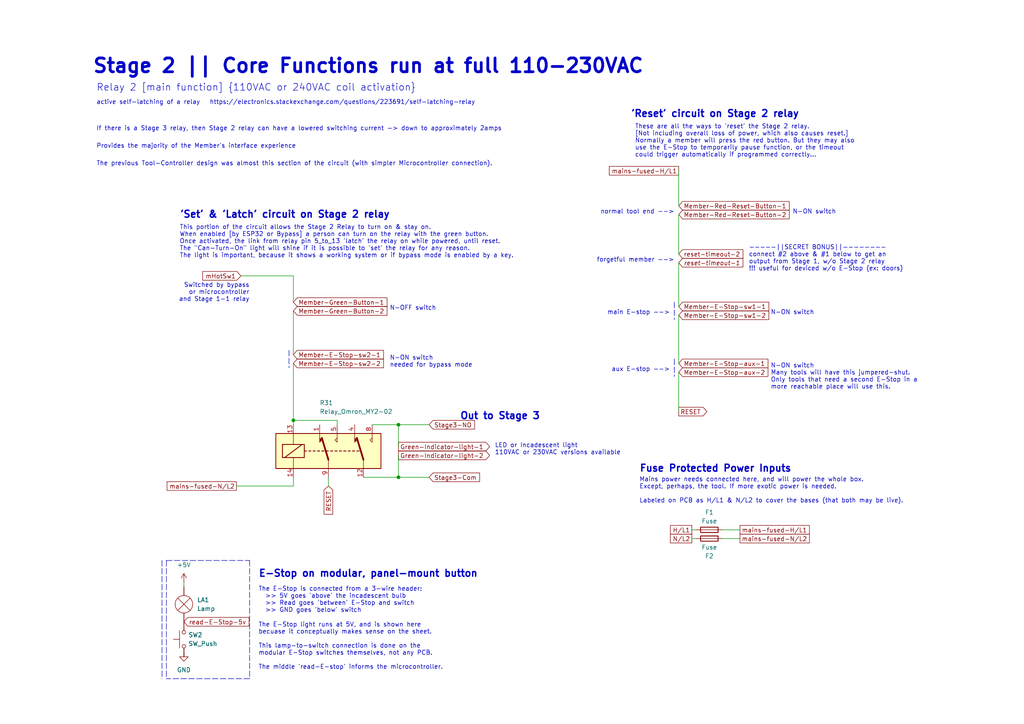
<source format=kicad_sch>
(kicad_sch (version 20211123) (generator eeschema)
  (paper "A4")
  (lib_symbols
    (symbol "Device:Fuse" (pin_numbers hide) (pin_names (offset 0))
      (property "Reference" "F" (at 2.032 0 90))
      (property "Value" "Fuse" (at -1.905 0 90))
      (symbol "Fuse_0_1"
        (rectangle (start -0.762 -2.54) (end 0.762 2.54) (stroke (width 0.254)))
        (polyline (pts (xy 0 2.54) (xy 0 -2.54)))
      )
      (symbol "Fuse_1_1"
        (pin passive line (at 0 3.81 270) (length 1.27) (name "~") (number "1"))
        (pin passive line (at 0 -3.81 90) (length 1.27) (name "~") (number "2"))
      )
    )
    (symbol "Device:Lamp" (pin_numbers hide) (pin_names (offset 0.0254) hide)
      (property "Reference" "LA" (at 0.635 3.81 0))
      (property "Value" "Lamp" (at 0.635 -3.81 0))
      (symbol "Lamp_0_1"
        (polyline (pts (xy -1.778 1.778) (xy 1.778 -1.778)))
        (polyline (pts (xy 1.778 1.778) (xy -1.778 -1.778)))
        (circle (center 0 0) (radius 2.54))
      )
      (symbol "Lamp_1_1"
        (pin passive line (at 0 -5.08 90) (length 2.54) (name "-") (number "1"))
        (pin passive line (at 0 5.08 270) (length 2.54) (name "+") (number "2"))
      )
    )
    (symbol "Relay_Omron-MY2-02:Relay_Omron_MY2-02"
      (property "Reference" "R" (at 19.05 1.27 0))
      (property "Value" "Relay_Omron_MY2-02" (at 27.94 -1.27 0))
      (symbol "Relay_Omron_MY2-02_0_1"
        (rectangle (start -13.97 5.08) (end 16.51 -5.08) (stroke (width 0.254)) (fill (type background)))
        (rectangle (start -12.065 1.905) (end -5.715 -1.905) (stroke (width 0.254)))
        (polyline (pts (xy -11.43 -1.905) (xy -6.35 1.905)) (stroke (width 0.254)))
        (polyline (pts (xy -8.89 -5.08) (xy -8.89 -1.905)))
        (polyline (pts (xy -8.89 5.08) (xy -8.89 1.905)))
        (polyline (pts (xy -5.715 0) (xy -5.08 0)) (stroke (width 0.254)))
        (polyline (pts (xy -4.445 0) (xy -3.81 0)) (stroke (width 0.254)))
        (polyline (pts (xy -3.175 0) (xy -2.54 0)) (stroke (width 0.254)))
        (polyline (pts (xy -1.905 0) (xy -1.27 0)) (stroke (width 0.254)))
        (polyline (pts (xy -0.635 0) (xy 0 0)) (stroke (width 0.254)))
        (polyline (pts (xy 0.635 0) (xy 1.27 0)) (stroke (width 0.254)))
        (polyline (pts (xy 1.27 -2.54) (xy -0.635 3.81)) (stroke (width 0.508)))
        (polyline (pts (xy 1.27 -2.54) (xy 1.27 -5.08)))
        (polyline (pts (xy 1.905 0) (xy 2.54 0)) (stroke (width 0.254)))
        (polyline (pts (xy 3.175 0) (xy 3.81 0)) (stroke (width 0.254)))
        (polyline (pts (xy 4.445 0) (xy 5.08 0)) (stroke (width 0.254)))
        (polyline (pts (xy 5.715 0) (xy 6.35 0)) (stroke (width 0.254)))
        (polyline (pts (xy 6.985 0) (xy 7.62 0)) (stroke (width 0.254)))
        (polyline (pts (xy 8.255 0) (xy 8.89 0)) (stroke (width 0.254)))
        (polyline (pts (xy 9.525 0) (xy 10.16 0)) (stroke (width 0.254)))
        (polyline (pts (xy 11.43 -2.54) (xy 9.525 3.81)) (stroke (width 0.508)))
        (polyline (pts (xy 11.43 -2.54) (xy 11.43 -5.08)))
        (polyline (pts (xy -1.27 5.08) (xy -1.27 2.54) (xy -0.635 3.175) (xy -1.27 3.81)) (fill (type outline)))
        (polyline (pts (xy 3.81 5.08) (xy 3.81 2.54) (xy 3.175 3.175) (xy 3.81 3.81)))
        (polyline (pts (xy 8.89 5.08) (xy 8.89 2.54) (xy 9.525 3.175) (xy 8.89 3.81)) (fill (type outline)))
        (polyline (pts (xy 13.97 5.08) (xy 13.97 2.54) (xy 13.335 3.175) (xy 13.97 3.81)))
        (rectangle (start 1.27 12.7) (end 1.27 12.7))
      )
      (symbol "Relay_Omron_MY2-02_1_1"
        (pin bidirectional line (at -1.27 7.62 270) (length 2.54) (name "") (number "1"))
        (pin bidirectional line (at 11.43 -7.62 90) (length 2.54) (name "") (number "12"))
        (pin input line (at -8.89 7.62 270) (length 2.54) (name "") (number "13"))
        (pin input line (at -8.89 -7.62 90) (length 2.54) (name "") (number "14"))
        (pin bidirectional line (at 8.89 7.62 270) (length 2.54) (name "") (number "4"))
        (pin bidirectional line (at 3.81 7.62 270) (length 2.54) (name "") (number "5"))
        (pin bidirectional line (at 13.97 7.62 270) (length 2.54) (name "") (number "8"))
        (pin bidirectional line (at 1.27 -7.62 90) (length 2.54) (name "") (number "9"))
      )
    )
    (symbol "Switch:SW_Push" (pin_numbers hide) (pin_names (offset 1.016) hide)
      (property "Reference" "SW" (at 1.27 2.54 0))
      (property "Value" "SW_Push" (at 0 -1.524 0))
      (symbol "SW_Push_0_1"
        (circle (center -2.032 0) (radius 0.508))
        (polyline (pts (xy 0 1.27) (xy 0 3.048)))
        (polyline (pts (xy 2.54 1.27) (xy -2.54 1.27)))
        (circle (center 2.032 0) (radius 0.508))
        (pin passive line (at -5.08 0 0) (length 2.54) (name "1") (number "1"))
        (pin passive line (at 5.08 0 180) (length 2.54) (name "2") (number "2"))
      )
    )
    (symbol "power:+5V" (power) (pin_names (offset 0))
      (property "Value" "+5V" (at 0 3.556 0))
      (symbol "+5V_0_1"
        (polyline (pts (xy -0.762 1.27) (xy 0 2.54)))
        (polyline (pts (xy 0 0) (xy 0 2.54)))
        (polyline (pts (xy 0 2.54) (xy 0.762 1.27)))
      )
      (symbol "+5V_1_1"
        (pin power_in line (at 0 0 90) (length 0) hide (name "+5V") (number "1"))
      )
    )
    (symbol "power:GND" (power) (pin_names (offset 0))
      (property "Value" "GND" (at 0 -3.81 0))
      (symbol "GND_0_1"
        (polyline (pts (xy 0 0) (xy 0 -1.27) (xy 1.27 -1.27) (xy 0 -2.54) (xy -1.27 -1.27) (xy 0 -1.27)))
      )
      (symbol "GND_1_1"
        (pin power_in line (at 0 0 270) (length 0) hide (name "GND") (number "1"))
      )
    )
  )
  (junction (at 115.57 138.43))
  (junction (at 115.57 123.19))
  (junction (at 85.09 121.92))
  (wire (pts (xy 105.41 138.43) (xy 115.57 138.43)))
  (polyline (pts (xy 195.58 104.14) (xy 195.58 109.22)))
  (wire (pts (xy 85.09 90.17) (xy 85.09 102.87)))
  (polyline (pts (xy 72.39 196.85) (xy 48.26 196.85)))
  (wire (pts (xy 200.66 156.21) (xy 201.93 156.21)))
  (wire (pts (xy 69.85 80.01) (xy 85.09 80.01)))
  (wire (pts (xy 196.85 62.23) (xy 196.85 73.66)))
  (wire (pts (xy 53.34 168.91) (xy 53.34 170.18)))
  (wire (pts (xy 115.57 129.54) (xy 115.57 123.19)))
  (polyline (pts (xy 48.26 162.56) (xy 72.39 162.56)))
  (wire (pts (xy 68.58 140.97) (xy 85.09 140.97)))
  (wire (pts (xy 196.85 76.2) (xy 196.85 88.9)))
  (polyline (pts (xy 83.82 101.6) (xy 83.82 106.68)))
  (wire (pts (xy 115.57 123.19) (xy 124.46 123.19)))
  (wire (pts (xy 95.25 140.97) (xy 95.25 138.43)))
  (wire (pts (xy 200.66 153.67) (xy 201.93 153.67)))
  (wire (pts (xy 196.85 49.53) (xy 196.85 59.69)))
  (polyline (pts (xy 46.99 162.56) (xy 46.99 196.85)))
  (wire (pts (xy 97.79 121.92) (xy 85.09 121.92)))
  (wire (pts (xy 85.09 105.41) (xy 85.09 121.92)))
  (wire (pts (xy 196.85 91.44) (xy 196.85 105.41)))
  (wire (pts (xy 107.95 123.19) (xy 115.57 123.19)))
  (wire (pts (xy 209.55 156.21) (xy 214.63 156.21)))
  (wire (pts (xy 115.57 132.08) (xy 115.57 138.43)))
  (wire (pts (xy 85.09 121.92) (xy 85.09 123.19)))
  (wire (pts (xy 196.85 107.95) (xy 196.85 119.38)))
  (wire (pts (xy 85.09 87.63) (xy 85.09 80.01)))
  (wire (pts (xy 97.79 123.19) (xy 97.79 121.92)))
  (polyline (pts (xy 72.39 162.56) (xy 72.39 196.85)))
  (wire (pts (xy 53.34 190.5) (xy 53.34 189.23)))
  (wire (pts (xy 85.09 138.43) (xy 85.09 140.97)))
  (polyline (pts (xy 195.58 87.63) (xy 195.58 92.71)))
  (polyline (pts (xy 48.26 162.56) (xy 48.26 196.85)))
  (wire (pts (xy 209.55 153.67) (xy 214.63 153.67)))
  (wire (pts (xy 115.57 138.43) (xy 124.46 138.43)))
  (text "Switched by bypass\nor microcontroller\nand Stage 1-1 relay" (at 72.39 87.63 0) (effects (font (size 1.27 1.27)) (justify right bottom)))
  (text "The previous Tool-Controller design was almost this section of the circuit (with simpler Microcontroller connection)." (at 27.94 48.26 0) (effects (font (size 1.27 1.27)) (justify left bottom)))
  (text "normal tool end -->" (at 195.58 62.23 180) (effects (font (size 1.27 1.27)) (justify right bottom)))
  (text "Mains power needs connected here, and will power the whole box.\nExcept, perhaps, the tool. If more exotic power is needed.\n\nLabeled on PCB as H/L1 & N/L2 to cover the bases (that both may be live)." (at 185.42 146.05 0) (effects (font (size 1.27 1.27)) (justify left bottom)))
  (text "'Reset' circuit on Stage 2 relay" (at 182.88 34.29 0) (effects (font (size 2 2) (thickness 0.4) bold) (justify left bottom)))
  (text "Stage 2 || Core Functions run at full 110-230VAC\n" (at 26.67 21.59 0) (effects (font (size 4 4) (thickness 0.8) bold) (justify left bottom)))
  (text "If there is a Stage 3 relay, then Stage 2 relay can have a lowered switching current -> down to approximately 2amps" (at 27.94 38.1 0) (effects (font (size 1.27 1.27)) (justify left bottom)))
  (text "The E-Stop light runs at 5V, and is shown here\nbecuase it conceptually makes sense on the sheet.\n\nThis lamp-to-switch connection is done on the \nmodular E-Stop switches themselves, not any PCB. \n\nThe middle 'read-E-stop' informs the microcontroller." (at 74.93 194.31 0) (effects (font (size 1.27 1.27)) (justify left bottom)))
  (text "aux E-stop -->" (at 194.31 107.95 180) (effects (font (size 1.27 1.27)) (justify right bottom)))
  (text "The E-Stop is connected from a 3-wire header:\n  >> 5V goes 'above' the incadescent bulb\n  >> Read goes 'between' E-Stop and switch\n  >> GND goes 'below' switch" (at 74.93 177.8 0) (effects (font (size 1.27 1.27)) (justify left bottom)))
  (text "main E-stop -->" (at 194.31 91.44 180) (effects (font (size 1.27 1.27)) (justify right bottom)))
  (text "N-OFF switch" (at 113.03 90.17 0) (effects (font (size 1.27 1.27)) (justify left bottom)))
  (text "E-Stop on modular, panel-mount button" (at 74.93 167.64 0) (effects (font (size 2 2) bold) (justify left bottom)))
  (text "N-ON switch" (at 223.52 91.44 0) (effects (font (size 1.27 1.27)) (justify left bottom)))
  (text "These are all the ways to 'reset' the Stage 2 relay. \n[Not including overall loss of power, which also causes reset.]\nNormally a member will press the red button. But they may also \nuse the E-Stop to temporarily pause function, or the timeout \ncould trigger automatically if programmed correctly..." (at 184.15 45.72 0) (effects (font (size 1.27 1.27)) (justify left bottom)))
  (text "forgetful member -->" (at 195.58 76.2 180) (effects (font (size 1.27 1.27)) (justify right bottom)))
  (text "N-ON switch\nneeded for bypass mode" (at 113.03 106.68 0) (effects (font (size 1.27 1.27)) (justify left bottom)))
  (text "active self-latching of a relay   https://electronics.stackexchange.com/questions/223691/self-latching-relay" (at 27.94 30.48 0) (effects (font (size 1.27 1.27)) (justify left bottom)))
  (text "Fuse Protected Power Inputs" (at 185.42 137.16 0) (effects (font (size 2 2) (thickness 0.4) bold) (justify left bottom)))
  (text "'Set' & 'Latch' circuit on Stage 2 relay" (at 52.07 63.5 0) (effects (font (size 2 2) (thickness 0.4) bold) (justify left bottom)))
  (text "LED or Incadescent light \n110VAC or 230VAC versions available" (at 143.51 132.08 0) (effects (font (size 1.27 1.27)) (justify left bottom)))
  (text "N-ON switch" (at 229.87 62.23 0) (effects (font (size 1.27 1.27)) (justify left bottom)))
  (text "N-ON switch\nMany tools will have this jumpered-shut.\nOnly tools that need a second E-Stop in a\nmore reachable place will use this.\n" (at 223.52 113.03 0) (effects (font (size 1.27 1.27)) (justify left bottom)))
  (text "Relay 2 [main function] {110VAC or 240VAC coil activation} " (at 27.94 26.67 0) (effects (font (size 2 2)) (justify left bottom)))
  (text "Out to Stage 3" (at 133.35 121.92 0) (effects (font (size 2 2) (thickness 0.4) bold) (justify left bottom)))
  (text "Provides the majority of the Member's interface experience\n" (at 27.94 43.18 0) (effects (font (size 1.27 1.27)) (justify left bottom)))
  (text "This portion of the circuit allows the Stage 2 Relay to turn on & stay on.\nWhen enabled [by ESP32 or Bypass] a person can turn on the relay with the green button.\nOnce activated, the link from relay pin 5_to_13 'latch' the relay on while powered, until reset.\nThe \"Can-Turn-On\" light will shine if it is possible to 'set' the relay for any reason.\nThe light is important, because it shows a working system or if bypass mode is enabled by a key." (at 52.07 74.93 0) (effects (font (size 1.27 1.27)) (justify left bottom)))
  (text "-----||SECRET BONUS||--------\nconnect #2 above & #1 below to get an\noutput from Stage 1, w/o Stage 2 relay\n!!! useful for deviced w/o E-Stop (ex: doors)" (at 217.17 78.74 0) (effects (font (size 1.27 1.27)) (justify left bottom)))
  (global_label "Member-E-Stop-sw1-2" (shape input) (at 196.85 91.44 0) (property "Intersheet References" "${INTERSHEET_REFS}" (effects hide)))
  (global_label "Stage3-NO" (shape input) (at 124.46 123.19 0) (property "Intersheet References" "${INTERSHEET_REFS}" (effects hide)))
  (global_label "mHotSw1" (shape input) (at 69.85 80.01 180) (property "Intersheet References" "${INTERSHEET_REFS}" (effects hide)))
  (global_label "Green-Indicator-light-1" (shape output) (at 115.57 129.54 0) (property "Intersheet References" "${INTERSHEET_REFS}" (effects hide)))
  (global_label "N{slash}L2" (shape passive) (at 200.66 156.21 180) (property "Intersheet References" "${INTERSHEET_REFS}" (effects hide)))
  (global_label "Member-E-Stop-aux-1" (shape input) (at 196.85 105.41 0) (property "Intersheet References" "${INTERSHEET_REFS}" (effects hide)))
  (global_label "Member-E-Stop-aux-2" (shape input) (at 196.85 107.95 0) (property "Intersheet References" "${INTERSHEET_REFS}" (effects hide)))
  (global_label "Member-E-Stop-sw2-1" (shape input) (at 85.09 102.87 0) (property "Intersheet References" "${INTERSHEET_REFS}" (effects hide)))
  (global_label "mains-fused-H{slash}L1" (shape passive) (at 214.63 153.67 0) (property "Intersheet References" "${INTERSHEET_REFS}" (effects hide)))
  (global_label "Stage3-Com" (shape input) (at 124.46 138.43 0) (property "Intersheet References" "${INTERSHEET_REFS}" (effects hide)))
  (global_label "Green-Indicator-light-2" (shape output) (at 115.57 132.08 0) (property "Intersheet References" "${INTERSHEET_REFS}" (effects hide)))
  (global_label "Member-E-Stop-sw2-2" (shape input) (at 85.09 105.41 0) (property "Intersheet References" "${INTERSHEET_REFS}" (effects hide)))
  (global_label "reset-timeout-2" (shape input) (at 196.85 73.66 0) (property "Intersheet References" "${INTERSHEET_REFS}" (effects hide)))
  (global_label "mains-fused-N{slash}L2" (shape passive) (at 214.63 156.21 0) (property "Intersheet References" "${INTERSHEET_REFS}" (effects hide)))
  (global_label "Member-Red-Reset-Button-2" (shape input) (at 196.85 62.23 0) (property "Intersheet References" "${INTERSHEET_REFS}" (effects hide)))
  (global_label "mains-fused-N{slash}L2" (shape passive) (at 68.58 140.97 180) (property "Intersheet References" "${INTERSHEET_REFS}" (effects hide)))
  (global_label "Member-E-Stop-sw1-1" (shape input) (at 196.85 88.9 0) (property "Intersheet References" "${INTERSHEET_REFS}" (effects hide)))
  (global_label "RESET" (shape output) (at 196.85 119.38 0) (property "Intersheet References" "${INTERSHEET_REFS}" (effects hide)))
  (global_label "Member-Green-Button-1" (shape input) (at 85.09 87.63 0) (property "Intersheet References" "${INTERSHEET_REFS}" (effects hide)))
  (global_label "Member-Red-Reset-Button-1" (shape input) (at 196.85 59.69 0) (property "Intersheet References" "${INTERSHEET_REFS}" (effects hide)))
  (global_label "RESET" (shape input) (at 95.25 140.97 270) (property "Intersheet References" "${INTERSHEET_REFS}" (effects hide)))
  (global_label "Member-Green-Button-2" (shape input) (at 85.09 90.17 0) (property "Intersheet References" "${INTERSHEET_REFS}" (effects hide)))
  (global_label "mains-fused-H{slash}L1" (shape passive) (at 196.85 49.53 180) (property "Intersheet References" "${INTERSHEET_REFS}" (effects hide)))
  (global_label "read-E-Stop-5v" (shape input) (at 53.34 180.34 0) (property "Intersheet References" "${INTERSHEET_REFS}" (effects hide)))
  (global_label "H{slash}L1" (shape passive) (at 200.66 153.67 180) (property "Intersheet References" "${INTERSHEET_REFS}" (effects hide)))
  (global_label "reset-timeout-1" (shape input) (at 196.85 76.2 0) (effects (font italic)) (property "Intersheet References" "${INTERSHEET_REFS}" (effects hide)))
  (symbol (lib_id "Relay_Omron-MY2-02:Relay_Omron_MY2-02") (at 93.98 130.81 0) (unit 1)
    (property "Reference" "R31" (at 92.71 116.84 0) (effects (justify left)))
    (property "Value" "Relay_Omron_MY2-02" (at 92.71 119.38 0) (effects (justify left)))
    (property "Footprint" "MY2-02 AC110 Omron:relay-Omron-MY2-02" (effects hide))
  )
  (symbol (lib_id "Device:Fuse") (at 205.74 156.21 90) (unit 1)
    (property "Reference" "F2" (at 205.74 161.29 90))
    (property "Value" "Fuse" (at 205.74 158.75 90))
    (property "Footprint" "Fuse:Fuseholder_Littelfuse_100_series_5x20mm" (effects hide))
    (property "JLBPCB Part #" "C206977" (effects hide))
  )
  (symbol (lib_id "power:GND") (at 53.34 189.23 0) (unit 1)
    (property "Reference" "#PWR0163" (effects hide))
    (property "Value" "GND" (at 53.34 194.31 0))
  )
  (symbol (lib_id "Device:Fuse") (at 205.74 153.67 90) (unit 1)
    (property "Reference" "F1" (at 205.74 148.59 90))
    (property "Value" "Fuse" (at 205.74 151.13 90))
    (property "Footprint" "Fuse:Fuseholder_Littelfuse_100_series_5x20mm" (effects hide))
    (property "JLCPCB Part #" "C206977" (effects hide))
  )
  (symbol (lib_id "power:+5V") (at 53.34 168.91 0) (unit 1)
    (property "Reference" "#PWR0164" (effects hide))
    (property "Value" "+5V" (at 53.34 163.83 0))
  )
  (symbol (lib_id "Switch:SW_Push") (at 53.34 185.42 90) (unit 1) (in_bom no) (on_board no)
    (property "Reference" "SW2" (at 54.61 184.1499 90) (effects (justify right)))
    (property "Value" "SW_Push" (at 54.61 186.6899 90) (effects (justify right)))
  )
  (symbol (lib_id "Device:Lamp") (at 53.34 175.26 0) (unit 1) (in_bom no) (on_board no)
    (property "Reference" "LA1" (at 57.15 173.9899 0) (effects (justify left)))
    (property "Value" "Lamp" (at 57.15 176.5299 0) (effects (justify left)))
  )
)
</source>
